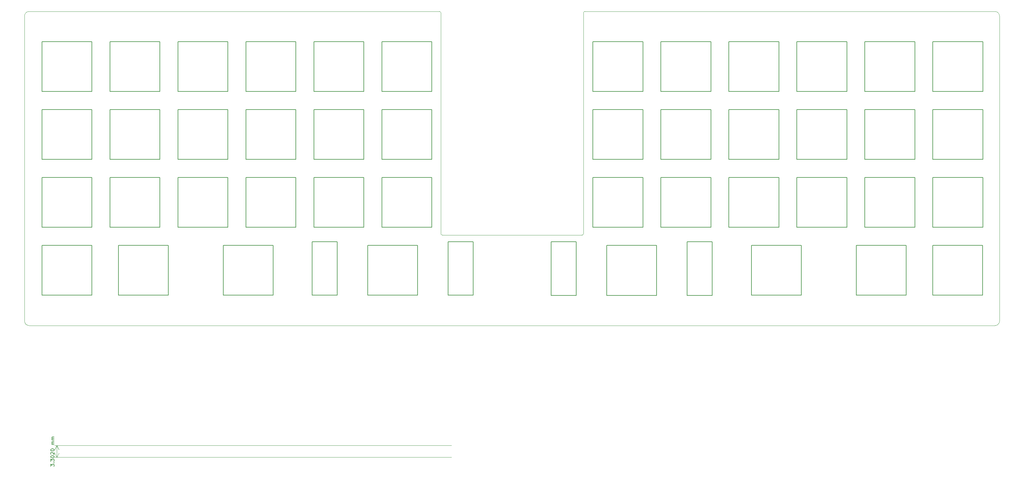
<source format=gbr>
%TF.GenerationSoftware,KiCad,Pcbnew,(6.0.7)*%
%TF.CreationDate,2022-11-12T23:42:59+01:00*%
%TF.ProjectId,skoosk switchplate v1.1,736b6f6f-736b-4207-9377-69746368706c,rev?*%
%TF.SameCoordinates,Original*%
%TF.FileFunction,Profile,NP*%
%FSLAX46Y46*%
G04 Gerber Fmt 4.6, Leading zero omitted, Abs format (unit mm)*
G04 Created by KiCad (PCBNEW (6.0.7)) date 2022-11-12 23:42:59*
%MOMM*%
%LPD*%
G01*
G04 APERTURE LIST*
%TA.AperFunction,Profile*%
%ADD10C,0.200000*%
%TD*%
%TA.AperFunction,Profile*%
%ADD11C,0.100000*%
%TD*%
%ADD12C,0.150000*%
G04 APERTURE END LIST*
D10*
X270921552Y-52551005D02*
X256921552Y-52551005D01*
X7301612Y-71600125D02*
X7301612Y-85600125D01*
X78451612Y-28450125D02*
X78451612Y-14450125D01*
X83034612Y-85570125D02*
X90034612Y-85570125D01*
X98584612Y-85570125D02*
X112584612Y-85570125D01*
X90034612Y-85570125D02*
X90034612Y-70570125D01*
D11*
X119442612Y-68679125D02*
X158685612Y-68679125D01*
D10*
X251871205Y-47500069D02*
X251871205Y-33500069D01*
D11*
X158685612Y-68679112D02*
G75*
G03*
X159066612Y-68298125I-12J381012D01*
G01*
D10*
X175674949Y-28448548D02*
X175674949Y-14448548D01*
X128134612Y-70570125D02*
X121134612Y-70570125D01*
X161671205Y-47500069D02*
X175671205Y-47500069D01*
X112584612Y-85570125D02*
X112584612Y-71570125D01*
X59392256Y-52548548D02*
X45392256Y-52548548D01*
D11*
X159410400Y-5969000D02*
G75*
G03*
X159029400Y-6350000I0J-381000D01*
G01*
D10*
X161674949Y-14448548D02*
X161674949Y-28448548D01*
X180724949Y-28448548D02*
X194724949Y-28448548D01*
X40351612Y-28450125D02*
X40351612Y-14450125D01*
X78452943Y-33494159D02*
X64452943Y-33494159D01*
X116552943Y-47494159D02*
X116552943Y-33494159D01*
X102542256Y-52548548D02*
X102542256Y-66548548D01*
X59402943Y-33494159D02*
X45402943Y-33494159D01*
X97492256Y-52548548D02*
X83492256Y-52548548D01*
X232821552Y-66551005D02*
X232821552Y-52551005D01*
X161671552Y-52551005D02*
X161671552Y-66551005D01*
X78451612Y-14450125D02*
X64451612Y-14450125D01*
X256924949Y-14448548D02*
X256924949Y-28448548D01*
X21301612Y-71600125D02*
X7301612Y-71600125D01*
X213774949Y-14448548D02*
X199774949Y-14448548D01*
X21301612Y-28450125D02*
X21301612Y-14450125D01*
X256891000Y-85600125D02*
X270891000Y-85600125D01*
X40351612Y-14450125D02*
X26351612Y-14450125D01*
X206106000Y-71570125D02*
X206106000Y-85570125D01*
X180721205Y-47500069D02*
X194721205Y-47500069D01*
X237871205Y-33500069D02*
X237871205Y-47500069D01*
X58071612Y-85570125D02*
X72071612Y-85570125D01*
X59392256Y-66548548D02*
X59392256Y-52548548D01*
X64442256Y-52548548D02*
X64442256Y-66548548D01*
D11*
X3692026Y-94107000D02*
X274357212Y-94107000D01*
D10*
X218821552Y-66551005D02*
X232821552Y-66551005D01*
X83502943Y-47494159D02*
X97502943Y-47494159D01*
X121134612Y-85570125D02*
X128134612Y-85570125D01*
X251871205Y-33500069D02*
X237871205Y-33500069D01*
X116542256Y-52548548D02*
X102542256Y-52548548D01*
X97501612Y-28450125D02*
X97501612Y-14450125D01*
X199771205Y-47500069D02*
X213771205Y-47500069D01*
X213771205Y-33500069D02*
X199771205Y-33500069D01*
X26342256Y-52548548D02*
X26342256Y-66548548D01*
X78442256Y-52548548D02*
X64442256Y-52548548D01*
D11*
X274357212Y-94107012D02*
G75*
G03*
X275627212Y-92837000I-12J1270012D01*
G01*
D10*
X199771205Y-33500069D02*
X199771205Y-47500069D01*
X7301612Y-28450125D02*
X21301612Y-28450125D01*
X58071612Y-71570125D02*
X58071612Y-85570125D01*
X72071612Y-85570125D02*
X72071612Y-71570125D01*
X161674949Y-28448548D02*
X175674949Y-28448548D01*
X97502943Y-33494159D02*
X83502943Y-33494159D01*
X232821205Y-33500069D02*
X218821205Y-33500069D01*
X195092266Y-85613107D02*
X195092266Y-70613107D01*
X213771552Y-66551005D02*
X213771552Y-52551005D01*
X90034612Y-70570125D02*
X83034612Y-70570125D01*
X188092266Y-70613107D02*
X188092266Y-85613107D01*
X220106000Y-85570125D02*
X220106000Y-71570125D01*
X256921552Y-66551005D02*
X270921552Y-66551005D01*
X26351612Y-28450125D02*
X40351612Y-28450125D01*
X28732862Y-71600125D02*
X28732862Y-85600125D01*
X180721552Y-52551005D02*
X180721552Y-66551005D01*
X180721205Y-33500069D02*
X180721205Y-47500069D01*
X175671552Y-52551005D02*
X161671552Y-52551005D01*
X121134612Y-70570125D02*
X121134612Y-85570125D01*
X78452943Y-47494159D02*
X78452943Y-33494159D01*
X21301612Y-85600125D02*
X21301612Y-71600125D01*
X270891000Y-85600125D02*
X270891000Y-71600125D01*
X26351612Y-14450125D02*
X26351612Y-28450125D01*
X251874949Y-14448548D02*
X237874949Y-14448548D01*
X175671205Y-47500069D02*
X175671205Y-33500069D01*
X256891000Y-71600125D02*
X256891000Y-85600125D01*
X251871552Y-52551005D02*
X237871552Y-52551005D01*
X180724949Y-14448548D02*
X180724949Y-28448548D01*
D11*
X119061575Y-68298125D02*
G75*
G03*
X119442612Y-68679125I381025J25D01*
G01*
D10*
X213771205Y-47500069D02*
X213771205Y-33500069D01*
X45401612Y-28450125D02*
X59401612Y-28450125D01*
X97502943Y-47494159D02*
X97502943Y-33494159D01*
X218821205Y-47500069D02*
X232821205Y-47500069D01*
X179542266Y-85613107D02*
X179542266Y-71613107D01*
X7302943Y-47494159D02*
X21302943Y-47494159D01*
X116552943Y-33494159D02*
X102552943Y-33494159D01*
X21302943Y-47494159D02*
X21302943Y-33494159D01*
X199774949Y-14448548D02*
X199774949Y-28448548D01*
D11*
X275627212Y-92837000D02*
X275590000Y-7239000D01*
D10*
X45402943Y-33494159D02*
X45402943Y-47494159D01*
X161671552Y-66551005D02*
X175671552Y-66551005D01*
X45392256Y-52548548D02*
X45392256Y-66548548D01*
X194721205Y-33500069D02*
X180721205Y-33500069D01*
X188092266Y-85613107D02*
X195092266Y-85613107D01*
X116551612Y-28450125D02*
X116551612Y-14450125D01*
X7302943Y-33494159D02*
X7302943Y-47494159D01*
X149992266Y-70613107D02*
X149992266Y-85613107D01*
X251871552Y-66551005D02*
X251871552Y-52551005D01*
X83034612Y-70570125D02*
X83034612Y-85570125D01*
X235459750Y-85600125D02*
X249459750Y-85600125D01*
X270924949Y-14448548D02*
X256924949Y-14448548D01*
X237874949Y-28448548D02*
X251874949Y-28448548D01*
X98584612Y-71570125D02*
X98584612Y-85570125D01*
X72071612Y-71570125D02*
X58071612Y-71570125D01*
X194721552Y-52551005D02*
X180721552Y-52551005D01*
X237871552Y-52551005D02*
X237871552Y-66551005D01*
X21292256Y-66548548D02*
X21292256Y-52548548D01*
X194724949Y-28448548D02*
X194724949Y-14448548D01*
X21292256Y-52548548D02*
X7292256Y-52548548D01*
X195092266Y-70613107D02*
X188092266Y-70613107D01*
X175671205Y-33500069D02*
X161671205Y-33500069D01*
X213774949Y-28448548D02*
X213774949Y-14448548D01*
D11*
X159066612Y-68298125D02*
X159029400Y-6350000D01*
D10*
X270921205Y-33500069D02*
X256921205Y-33500069D01*
X64452943Y-33494159D02*
X64452943Y-47494159D01*
D11*
X2422020Y-92837000D02*
G75*
G03*
X3692026Y-94107000I1270000J0D01*
G01*
D10*
X26352943Y-33494159D02*
X26352943Y-47494159D01*
X165542266Y-71613107D02*
X165542266Y-85613107D01*
X26342256Y-66548548D02*
X40342256Y-66548548D01*
X194724949Y-14448548D02*
X180724949Y-14448548D01*
X40352943Y-47494159D02*
X40352943Y-33494159D01*
X40352943Y-33494159D02*
X26352943Y-33494159D01*
X270921552Y-66551005D02*
X270921552Y-52551005D01*
X42732862Y-71600125D02*
X28732862Y-71600125D01*
X42732862Y-85600125D02*
X42732862Y-71600125D01*
X64442256Y-66548548D02*
X78442256Y-66548548D01*
X83501612Y-14450125D02*
X83501612Y-28450125D01*
X7301612Y-85600125D02*
X21301612Y-85600125D01*
X83492256Y-52548548D02*
X83492256Y-66548548D01*
X21301612Y-14450125D02*
X7301612Y-14450125D01*
X102551612Y-14450125D02*
X102551612Y-28450125D01*
X64451612Y-14450125D02*
X64451612Y-28450125D01*
X199774949Y-28448548D02*
X213774949Y-28448548D01*
X256924949Y-28448548D02*
X270924949Y-28448548D01*
X102551612Y-28450125D02*
X116551612Y-28450125D01*
X180721552Y-66551005D02*
X194721552Y-66551005D01*
X149992266Y-85613107D02*
X156992266Y-85613107D01*
X161671205Y-33500069D02*
X161671205Y-47500069D01*
X59401612Y-28450125D02*
X59401612Y-14450125D01*
X116542256Y-66548548D02*
X116542256Y-52548548D01*
X165542266Y-85613107D02*
X179542266Y-85613107D01*
X40342256Y-66548548D02*
X40342256Y-52548548D01*
X97501612Y-14450125D02*
X83501612Y-14450125D01*
X237871205Y-47500069D02*
X251871205Y-47500069D01*
X45392256Y-66548548D02*
X59392256Y-66548548D01*
X156992266Y-85613107D02*
X156992266Y-70613107D01*
D11*
X3692026Y-5969006D02*
G75*
G03*
X2422026Y-7239000I-6J-1269994D01*
G01*
D10*
X256921205Y-47500069D02*
X270921205Y-47500069D01*
X128134612Y-85570125D02*
X128134612Y-70570125D01*
X199771552Y-66551005D02*
X213771552Y-66551005D01*
X7292256Y-66548548D02*
X21292256Y-66548548D01*
X249459750Y-71600125D02*
X235459750Y-71600125D01*
X270924949Y-28448548D02*
X270924949Y-14448548D01*
X249459750Y-85600125D02*
X249459750Y-71600125D01*
X251874949Y-28448548D02*
X251874949Y-14448548D01*
X194721552Y-66551005D02*
X194721552Y-52551005D01*
X270921205Y-47500069D02*
X270921205Y-33500069D01*
X175674949Y-14448548D02*
X161674949Y-14448548D01*
X156992266Y-70613107D02*
X149992266Y-70613107D01*
X213771552Y-52551005D02*
X199771552Y-52551005D01*
X218824949Y-14448548D02*
X218824949Y-28448548D01*
X102542256Y-66548548D02*
X116542256Y-66548548D01*
X220106000Y-71570125D02*
X206106000Y-71570125D01*
D11*
X275590000Y-7239000D02*
G75*
G03*
X274320000Y-5969000I-1269900J100D01*
G01*
D10*
X7292256Y-52548548D02*
X7292256Y-66548548D01*
D11*
X119058826Y-6350000D02*
X119061612Y-68298125D01*
D10*
X59402943Y-47494159D02*
X59402943Y-33494159D01*
X235459750Y-71600125D02*
X235459750Y-85600125D01*
X45402943Y-47494159D02*
X59402943Y-47494159D01*
X7301612Y-14450125D02*
X7301612Y-28450125D01*
X199771552Y-52551005D02*
X199771552Y-66551005D01*
X21302943Y-33494159D02*
X7302943Y-33494159D01*
X97492256Y-66548548D02*
X97492256Y-52548548D01*
X218821552Y-52551005D02*
X218821552Y-66551005D01*
X175671552Y-66551005D02*
X175671552Y-52551005D01*
X64451612Y-28450125D02*
X78451612Y-28450125D01*
D11*
X118677826Y-5969000D02*
X3692026Y-5969000D01*
D10*
X40342256Y-52548548D02*
X26342256Y-52548548D01*
X102552943Y-47494159D02*
X116552943Y-47494159D01*
X218824949Y-28448548D02*
X232824949Y-28448548D01*
X218821205Y-33500069D02*
X218821205Y-47500069D01*
X237871552Y-66551005D02*
X251871552Y-66551005D01*
X83501612Y-28450125D02*
X97501612Y-28450125D01*
X102552943Y-33494159D02*
X102552943Y-47494159D01*
D11*
X274320000Y-5969000D02*
X159410400Y-5969000D01*
D10*
X28732862Y-85600125D02*
X42732862Y-85600125D01*
X116551612Y-14450125D02*
X102551612Y-14450125D01*
D11*
X119058800Y-6350000D02*
G75*
G03*
X118677826Y-5969000I-381000J0D01*
G01*
D10*
X112584612Y-71570125D02*
X98584612Y-71570125D01*
X232824949Y-28448548D02*
X232824949Y-14448548D01*
X194721205Y-47500069D02*
X194721205Y-33500069D01*
X26352943Y-47494159D02*
X40352943Y-47494159D01*
X206106000Y-85570125D02*
X220106000Y-85570125D01*
X232821552Y-52551005D02*
X218821552Y-52551005D01*
X232821205Y-47500069D02*
X232821205Y-33500069D01*
X237874949Y-14448548D02*
X237874949Y-28448548D01*
X179542266Y-71613107D02*
X165542266Y-71613107D01*
X256921205Y-33500069D02*
X256921205Y-47500069D01*
X59401612Y-14450125D02*
X45401612Y-14450125D01*
X256921552Y-52551005D02*
X256921552Y-66551005D01*
X232824949Y-14448548D02*
X218824949Y-14448548D01*
X83492256Y-66548548D02*
X97492256Y-66548548D01*
X78442256Y-66548548D02*
X78442256Y-52548548D01*
D11*
X2422026Y-7239000D02*
X2422026Y-92837000D01*
D10*
X83502943Y-33494159D02*
X83502943Y-47494159D01*
X270891000Y-71600125D02*
X256891000Y-71600125D01*
X64452943Y-47494159D02*
X78452943Y-47494159D01*
X45401612Y-14450125D02*
X45401612Y-28450125D01*
D12*
X9732380Y-133603476D02*
X9732380Y-132984428D01*
X10113333Y-133317761D01*
X10113333Y-133174904D01*
X10160952Y-133079666D01*
X10208571Y-133032047D01*
X10303809Y-132984428D01*
X10541904Y-132984428D01*
X10637142Y-133032047D01*
X10684761Y-133079666D01*
X10732380Y-133174904D01*
X10732380Y-133460619D01*
X10684761Y-133555857D01*
X10637142Y-133603476D01*
X10637142Y-132555857D02*
X10684761Y-132508238D01*
X10732380Y-132555857D01*
X10684761Y-132603476D01*
X10637142Y-132555857D01*
X10732380Y-132555857D01*
X9732380Y-132174904D02*
X9732380Y-131555857D01*
X10113333Y-131889190D01*
X10113333Y-131746333D01*
X10160952Y-131651095D01*
X10208571Y-131603476D01*
X10303809Y-131555857D01*
X10541904Y-131555857D01*
X10637142Y-131603476D01*
X10684761Y-131651095D01*
X10732380Y-131746333D01*
X10732380Y-132032047D01*
X10684761Y-132127285D01*
X10637142Y-132174904D01*
X9732380Y-130936809D02*
X9732380Y-130841571D01*
X9780000Y-130746333D01*
X9827619Y-130698714D01*
X9922857Y-130651095D01*
X10113333Y-130603476D01*
X10351428Y-130603476D01*
X10541904Y-130651095D01*
X10637142Y-130698714D01*
X10684761Y-130746333D01*
X10732380Y-130841571D01*
X10732380Y-130936809D01*
X10684761Y-131032047D01*
X10637142Y-131079666D01*
X10541904Y-131127285D01*
X10351428Y-131174904D01*
X10113333Y-131174904D01*
X9922857Y-131127285D01*
X9827619Y-131079666D01*
X9780000Y-131032047D01*
X9732380Y-130936809D01*
X9827619Y-130222523D02*
X9780000Y-130174904D01*
X9732380Y-130079666D01*
X9732380Y-129841571D01*
X9780000Y-129746333D01*
X9827619Y-129698714D01*
X9922857Y-129651095D01*
X10018095Y-129651095D01*
X10160952Y-129698714D01*
X10732380Y-130270142D01*
X10732380Y-129651095D01*
X9732380Y-129032047D02*
X9732380Y-128936809D01*
X9780000Y-128841571D01*
X9827619Y-128793952D01*
X9922857Y-128746333D01*
X10113333Y-128698714D01*
X10351428Y-128698714D01*
X10541904Y-128746333D01*
X10637142Y-128793952D01*
X10684761Y-128841571D01*
X10732380Y-128936809D01*
X10732380Y-129032047D01*
X10684761Y-129127285D01*
X10637142Y-129174904D01*
X10541904Y-129222523D01*
X10351428Y-129270142D01*
X10113333Y-129270142D01*
X9922857Y-129222523D01*
X9827619Y-129174904D01*
X9780000Y-129127285D01*
X9732380Y-129032047D01*
X10732380Y-127508238D02*
X10065714Y-127508238D01*
X10160952Y-127508238D02*
X10113333Y-127460619D01*
X10065714Y-127365380D01*
X10065714Y-127222523D01*
X10113333Y-127127285D01*
X10208571Y-127079666D01*
X10732380Y-127079666D01*
X10208571Y-127079666D02*
X10113333Y-127032047D01*
X10065714Y-126936809D01*
X10065714Y-126793952D01*
X10113333Y-126698714D01*
X10208571Y-126651095D01*
X10732380Y-126651095D01*
X10732380Y-126174904D02*
X10065714Y-126174904D01*
X10160952Y-126174904D02*
X10113333Y-126127285D01*
X10065714Y-126032047D01*
X10065714Y-125889190D01*
X10113333Y-125793952D01*
X10208571Y-125746333D01*
X10732380Y-125746333D01*
X10208571Y-125746333D02*
X10113333Y-125698714D01*
X10065714Y-125603476D01*
X10065714Y-125460619D01*
X10113333Y-125365380D01*
X10208571Y-125317761D01*
X10732380Y-125317761D01*
D11*
X122055000Y-131064000D02*
X10843580Y-131064000D01*
X122055000Y-127762000D02*
X10843580Y-127762000D01*
X11430000Y-131064000D02*
X11430000Y-127762000D01*
X11430000Y-131064000D02*
X11430000Y-127762000D01*
X11430000Y-131064000D02*
X12016421Y-129937496D01*
X11430000Y-131064000D02*
X10843579Y-129937496D01*
X11430000Y-127762000D02*
X10843579Y-128888504D01*
X11430000Y-127762000D02*
X12016421Y-128888504D01*
M02*

</source>
